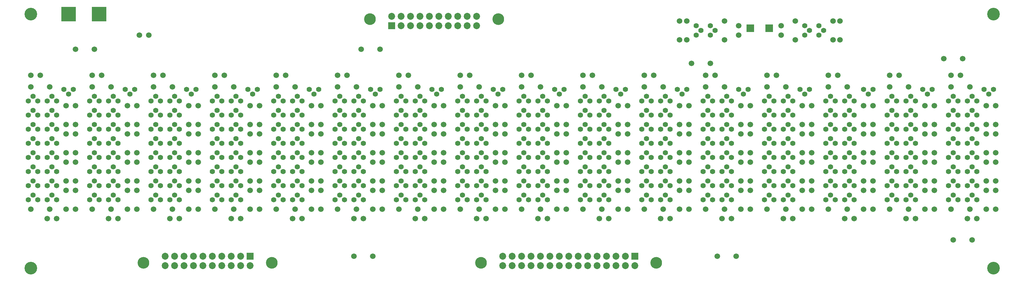
<source format=gbs>
G75*
G70*
%OFA0B0*%
%FSLAX24Y24*%
%IPPOS*%
%LPD*%
%AMOC8*
5,1,8,0,0,1.08239X$1,22.5*
%
%ADD10C,0.0595*%
%ADD11C,0.0556*%
%ADD12R,0.0730X0.0730*%
%ADD13C,0.0730*%
%ADD14C,0.1240*%
%ADD15R,0.1580X0.1580*%
%ADD16R,0.0789X0.0789*%
%ADD17C,0.1340*%
D10*
X006410Y009125D03*
X007410Y009125D03*
X006660Y010125D03*
X008410Y010125D03*
X009410Y010125D03*
X011160Y010125D03*
X013160Y010125D03*
X014910Y010125D03*
X015910Y010125D03*
X017660Y010125D03*
X019660Y010125D03*
X021410Y010125D03*
X022410Y010125D03*
X024160Y010125D03*
X026160Y010125D03*
X027910Y010125D03*
X028910Y010125D03*
X030660Y010125D03*
X032660Y010125D03*
X034410Y010125D03*
X035410Y010125D03*
X037160Y010125D03*
X039160Y010125D03*
X040910Y010125D03*
X041910Y010125D03*
X043660Y010125D03*
X045660Y010125D03*
X047410Y010125D03*
X048410Y010125D03*
X050160Y010125D03*
X052160Y010125D03*
X053910Y010125D03*
X054910Y010125D03*
X056660Y010125D03*
X058660Y010125D03*
X060410Y010125D03*
X061410Y010125D03*
X063160Y010125D03*
X065160Y010125D03*
X066910Y010125D03*
X067910Y010125D03*
X069660Y010125D03*
X071660Y010125D03*
X073410Y010125D03*
X074410Y010125D03*
X076160Y010125D03*
X078160Y010125D03*
X079910Y010125D03*
X080910Y010125D03*
X082660Y010125D03*
X084660Y010125D03*
X086410Y010125D03*
X087410Y010125D03*
X089160Y010125D03*
X091160Y010125D03*
X092910Y010125D03*
X093910Y010125D03*
X095660Y010125D03*
X097660Y010125D03*
X099410Y010125D03*
X100410Y010125D03*
X102160Y010125D03*
X104160Y010125D03*
X105910Y010125D03*
X106910Y010125D03*
X104910Y009125D03*
X103910Y009125D03*
X098410Y009125D03*
X097410Y009125D03*
X091910Y009125D03*
X090910Y009125D03*
X085410Y009125D03*
X084410Y009125D03*
X078910Y009125D03*
X077910Y009125D03*
X072410Y009125D03*
X071410Y009125D03*
X065910Y009125D03*
X064910Y009125D03*
X059410Y009125D03*
X058410Y009125D03*
X052910Y009125D03*
X051910Y009125D03*
X046410Y009125D03*
X045410Y009125D03*
X039910Y009125D03*
X038910Y009125D03*
X033410Y009125D03*
X032410Y009125D03*
X026910Y009125D03*
X025910Y009125D03*
X020410Y009125D03*
X019410Y009125D03*
X013910Y009125D03*
X012910Y009125D03*
X004660Y010125D03*
X008410Y012125D03*
X009410Y012125D03*
X009410Y013125D03*
X008410Y013125D03*
X008410Y015125D03*
X009410Y015125D03*
X009410Y016125D03*
X008410Y016125D03*
X008410Y018125D03*
X009410Y018125D03*
X009410Y019125D03*
X008410Y019125D03*
X008410Y021125D03*
X009410Y021125D03*
X014910Y021125D03*
X015910Y021125D03*
X015910Y019125D03*
X014910Y019125D03*
X014910Y018125D03*
X015910Y018125D03*
X021410Y018125D03*
X022410Y018125D03*
X022410Y019125D03*
X021410Y019125D03*
X021410Y021125D03*
X022410Y021125D03*
X027910Y021125D03*
X028910Y021125D03*
X028910Y019125D03*
X027910Y019125D03*
X027910Y018125D03*
X028910Y018125D03*
X034410Y018125D03*
X035410Y018125D03*
X035410Y019125D03*
X034410Y019125D03*
X034410Y021125D03*
X035410Y021125D03*
X040910Y021125D03*
X041910Y021125D03*
X041910Y019125D03*
X040910Y019125D03*
X040910Y018125D03*
X041910Y018125D03*
X047410Y018125D03*
X048410Y018125D03*
X048410Y019125D03*
X047410Y019125D03*
X047410Y021125D03*
X048410Y021125D03*
X053910Y021125D03*
X054910Y021125D03*
X054910Y019125D03*
X053910Y019125D03*
X053910Y018125D03*
X054910Y018125D03*
X060410Y018125D03*
X061410Y018125D03*
X061410Y019125D03*
X060410Y019125D03*
X060410Y021125D03*
X061410Y021125D03*
X066910Y021125D03*
X067910Y021125D03*
X067910Y019125D03*
X066910Y019125D03*
X066910Y018125D03*
X067910Y018125D03*
X073410Y018125D03*
X074410Y018125D03*
X074410Y019125D03*
X073410Y019125D03*
X073410Y021125D03*
X074410Y021125D03*
X079910Y021125D03*
X080910Y021125D03*
X080910Y019125D03*
X079910Y019125D03*
X079910Y018125D03*
X080910Y018125D03*
X086410Y018125D03*
X087410Y018125D03*
X087410Y019125D03*
X086410Y019125D03*
X086410Y021125D03*
X087410Y021125D03*
X092910Y021125D03*
X093910Y021125D03*
X093910Y019125D03*
X092910Y019125D03*
X092910Y018125D03*
X093910Y018125D03*
X099410Y018125D03*
X100410Y018125D03*
X100410Y019125D03*
X099410Y019125D03*
X099410Y021125D03*
X100410Y021125D03*
X105910Y021125D03*
X106910Y021125D03*
X106910Y019125D03*
X105910Y019125D03*
X105910Y018125D03*
X106910Y018125D03*
X106910Y016125D03*
X105910Y016125D03*
X105910Y015125D03*
X106910Y015125D03*
X106910Y013125D03*
X105910Y013125D03*
X105910Y012125D03*
X106910Y012125D03*
X100410Y012125D03*
X099410Y012125D03*
X099410Y013125D03*
X100410Y013125D03*
X100410Y015125D03*
X099410Y015125D03*
X099410Y016125D03*
X100410Y016125D03*
X093910Y016125D03*
X092910Y016125D03*
X092910Y015125D03*
X093910Y015125D03*
X093910Y013125D03*
X092910Y013125D03*
X092910Y012125D03*
X093910Y012125D03*
X087410Y012125D03*
X086410Y012125D03*
X086410Y013125D03*
X087410Y013125D03*
X087410Y015125D03*
X086410Y015125D03*
X086410Y016125D03*
X087410Y016125D03*
X080910Y016125D03*
X079910Y016125D03*
X079910Y015125D03*
X080910Y015125D03*
X080910Y013125D03*
X079910Y013125D03*
X079910Y012125D03*
X080910Y012125D03*
X074410Y012125D03*
X073410Y012125D03*
X073410Y013125D03*
X074410Y013125D03*
X074410Y015125D03*
X073410Y015125D03*
X073410Y016125D03*
X074410Y016125D03*
X067910Y016125D03*
X066910Y016125D03*
X066910Y015125D03*
X067910Y015125D03*
X067910Y013125D03*
X066910Y013125D03*
X066910Y012125D03*
X067910Y012125D03*
X061410Y012125D03*
X060410Y012125D03*
X060410Y013125D03*
X061410Y013125D03*
X061410Y015125D03*
X060410Y015125D03*
X060410Y016125D03*
X061410Y016125D03*
X054910Y016125D03*
X053910Y016125D03*
X053910Y015125D03*
X054910Y015125D03*
X054910Y013125D03*
X053910Y013125D03*
X053910Y012125D03*
X054910Y012125D03*
X048410Y012125D03*
X047410Y012125D03*
X047410Y013125D03*
X048410Y013125D03*
X048410Y015125D03*
X047410Y015125D03*
X047410Y016125D03*
X048410Y016125D03*
X041910Y016125D03*
X040910Y016125D03*
X040910Y015125D03*
X041910Y015125D03*
X041910Y013125D03*
X040910Y013125D03*
X040910Y012125D03*
X041910Y012125D03*
X035410Y012125D03*
X034410Y012125D03*
X034410Y013125D03*
X035410Y013125D03*
X035410Y015125D03*
X034410Y015125D03*
X034410Y016125D03*
X035410Y016125D03*
X028910Y016125D03*
X027910Y016125D03*
X027910Y015125D03*
X028910Y015125D03*
X028910Y013125D03*
X027910Y013125D03*
X027910Y012125D03*
X028910Y012125D03*
X022410Y012125D03*
X021410Y012125D03*
X021410Y013125D03*
X022410Y013125D03*
X022410Y015125D03*
X021410Y015125D03*
X021410Y016125D03*
X022410Y016125D03*
X015910Y016125D03*
X014910Y016125D03*
X014910Y015125D03*
X015910Y015125D03*
X015910Y013125D03*
X014910Y013125D03*
X014910Y012125D03*
X015910Y012125D03*
X038910Y005125D03*
X040910Y005125D03*
X077410Y005125D03*
X079410Y005125D03*
X102410Y006875D03*
X104410Y006875D03*
X104160Y023125D03*
X102160Y023125D03*
X102160Y024375D03*
X103160Y024375D03*
X103410Y026125D03*
X101410Y026125D03*
X096660Y024375D03*
X095660Y024375D03*
X095660Y023125D03*
X097660Y023125D03*
X091160Y023125D03*
X089160Y023125D03*
X089160Y024375D03*
X090160Y024375D03*
X084660Y023125D03*
X082660Y023125D03*
X082660Y024375D03*
X083660Y024375D03*
X078160Y023125D03*
X076160Y023125D03*
X076160Y024375D03*
X077160Y024375D03*
X076660Y025625D03*
X074660Y025625D03*
X070660Y024375D03*
X069660Y024375D03*
X069660Y023125D03*
X071660Y023125D03*
X065160Y023125D03*
X063160Y023125D03*
X063160Y024375D03*
X064160Y024375D03*
X058660Y023125D03*
X056660Y023125D03*
X056660Y024375D03*
X057660Y024375D03*
X052160Y023125D03*
X050160Y023125D03*
X050160Y024375D03*
X051160Y024375D03*
X045660Y023125D03*
X043660Y023125D03*
X043660Y024375D03*
X044660Y024375D03*
X039160Y023125D03*
X037160Y023125D03*
X037160Y024375D03*
X038160Y024375D03*
X032660Y023125D03*
X030660Y023125D03*
X030660Y024375D03*
X031660Y024375D03*
X026160Y023125D03*
X024160Y023125D03*
X024160Y024375D03*
X025160Y024375D03*
X019660Y023125D03*
X017660Y023125D03*
X017660Y024375D03*
X018660Y024375D03*
X013160Y023125D03*
X011160Y023125D03*
X011160Y024375D03*
X012160Y024375D03*
X006660Y023125D03*
X004660Y023125D03*
X004660Y024375D03*
X005660Y024375D03*
X009410Y027125D03*
X011410Y027125D03*
X016160Y028625D03*
X017160Y028625D03*
X039660Y027125D03*
X041660Y027125D03*
X073410Y028125D03*
X074160Y028125D03*
X078160Y028125D03*
X079660Y028625D03*
X079660Y029625D03*
X078160Y030125D03*
X074160Y030125D03*
X073410Y030125D03*
X084160Y029625D03*
X085660Y030125D03*
X089660Y030125D03*
X090410Y030125D03*
X090410Y028125D03*
X089660Y028125D03*
X085660Y028125D03*
X084160Y028625D03*
D11*
X086660Y028625D03*
X087160Y029125D03*
X088160Y028625D03*
X088660Y029125D03*
X088160Y029625D03*
X086660Y029625D03*
X077160Y029125D03*
X076660Y028625D03*
X075660Y029125D03*
X075160Y028625D03*
X075160Y029625D03*
X076660Y029625D03*
X074160Y022875D03*
X073660Y022375D03*
X073160Y022875D03*
X071910Y022125D03*
X071410Y021625D03*
X070410Y021625D03*
X069910Y022125D03*
X069410Y021625D03*
X067160Y022375D03*
X066660Y022875D03*
X067660Y022875D03*
X065410Y022125D03*
X064910Y021625D03*
X063910Y021625D03*
X063410Y022125D03*
X062910Y021625D03*
X060660Y022375D03*
X060160Y022875D03*
X061160Y022875D03*
X058910Y022125D03*
X058410Y021625D03*
X057410Y021625D03*
X056910Y022125D03*
X056410Y021625D03*
X054160Y022375D03*
X053660Y022875D03*
X054660Y022875D03*
X052410Y022125D03*
X051910Y021625D03*
X050910Y021625D03*
X050410Y022125D03*
X049910Y021625D03*
X047660Y022375D03*
X047160Y022875D03*
X048160Y022875D03*
X045910Y022125D03*
X045410Y021625D03*
X044410Y021625D03*
X043910Y022125D03*
X043410Y021625D03*
X041160Y022375D03*
X040660Y022875D03*
X041660Y022875D03*
X039410Y022125D03*
X038910Y021625D03*
X037910Y021625D03*
X037410Y022125D03*
X036910Y021625D03*
X034660Y022375D03*
X034160Y022875D03*
X035160Y022875D03*
X032910Y022125D03*
X032410Y021625D03*
X031410Y021625D03*
X030910Y022125D03*
X030410Y021625D03*
X028160Y022375D03*
X027660Y022875D03*
X028660Y022875D03*
X026410Y022125D03*
X025910Y021625D03*
X024910Y021625D03*
X024410Y022125D03*
X023910Y021625D03*
X021660Y022375D03*
X021160Y022875D03*
X022160Y022875D03*
X019910Y022125D03*
X019410Y021625D03*
X018410Y021625D03*
X017910Y022125D03*
X017410Y021625D03*
X015160Y022375D03*
X014660Y022875D03*
X015660Y022875D03*
X013410Y022125D03*
X012910Y021625D03*
X011910Y021625D03*
X011410Y022125D03*
X010910Y021625D03*
X008660Y022375D03*
X008160Y022875D03*
X009160Y022875D03*
X006910Y022125D03*
X006410Y021625D03*
X005410Y021625D03*
X004910Y022125D03*
X004410Y021625D03*
X007410Y021625D03*
X006910Y020625D03*
X006410Y020125D03*
X005410Y020125D03*
X004410Y020125D03*
X004910Y020625D03*
X007410Y020125D03*
X006910Y019125D03*
X006410Y018625D03*
X005410Y018625D03*
X004410Y018625D03*
X004910Y019125D03*
X007410Y018625D03*
X006910Y017625D03*
X006410Y017125D03*
X005410Y017125D03*
X004910Y017625D03*
X004410Y017125D03*
X007410Y017125D03*
X006910Y016125D03*
X006410Y015625D03*
X005410Y015625D03*
X004410Y015625D03*
X004910Y016125D03*
X007410Y015625D03*
X006910Y014625D03*
X006410Y014125D03*
X005410Y014125D03*
X004410Y014125D03*
X004910Y014625D03*
X007410Y014125D03*
X006910Y013125D03*
X006410Y012625D03*
X005410Y012625D03*
X004910Y013125D03*
X004410Y012625D03*
X007410Y012625D03*
X006910Y011625D03*
X006410Y011125D03*
X005410Y011125D03*
X004910Y011625D03*
X004410Y011125D03*
X007410Y011125D03*
X010910Y011125D03*
X011410Y011625D03*
X011910Y011125D03*
X012910Y011125D03*
X013410Y011625D03*
X013910Y011125D03*
X013910Y012625D03*
X013410Y013125D03*
X012910Y012625D03*
X011910Y012625D03*
X011410Y013125D03*
X010910Y012625D03*
X010910Y014125D03*
X011910Y014125D03*
X012910Y014125D03*
X013910Y014125D03*
X013410Y014625D03*
X012910Y015625D03*
X011910Y015625D03*
X010910Y015625D03*
X011410Y016125D03*
X013410Y016125D03*
X013910Y015625D03*
X011410Y014625D03*
X017410Y014125D03*
X018410Y014125D03*
X019410Y014125D03*
X020410Y014125D03*
X019910Y014625D03*
X019410Y015625D03*
X018410Y015625D03*
X017410Y015625D03*
X017910Y016125D03*
X019910Y016125D03*
X020410Y015625D03*
X017910Y014625D03*
X017910Y013125D03*
X017410Y012625D03*
X018410Y012625D03*
X019410Y012625D03*
X019910Y013125D03*
X020410Y012625D03*
X019910Y011625D03*
X019410Y011125D03*
X018410Y011125D03*
X017910Y011625D03*
X017410Y011125D03*
X020410Y011125D03*
X023910Y011125D03*
X024410Y011625D03*
X024910Y011125D03*
X025910Y011125D03*
X026410Y011625D03*
X026910Y011125D03*
X026910Y012625D03*
X026410Y013125D03*
X025910Y012625D03*
X024910Y012625D03*
X024410Y013125D03*
X023910Y012625D03*
X023910Y014125D03*
X024910Y014125D03*
X025910Y014125D03*
X026910Y014125D03*
X026410Y014625D03*
X025910Y015625D03*
X024910Y015625D03*
X023910Y015625D03*
X024410Y016125D03*
X026410Y016125D03*
X026910Y015625D03*
X024410Y014625D03*
X030410Y014125D03*
X031410Y014125D03*
X032410Y014125D03*
X033410Y014125D03*
X032910Y014625D03*
X032410Y015625D03*
X031410Y015625D03*
X030410Y015625D03*
X030910Y016125D03*
X032910Y016125D03*
X033410Y015625D03*
X030910Y014625D03*
X030910Y013125D03*
X030410Y012625D03*
X031410Y012625D03*
X032410Y012625D03*
X032910Y013125D03*
X033410Y012625D03*
X032910Y011625D03*
X032410Y011125D03*
X031410Y011125D03*
X030910Y011625D03*
X030410Y011125D03*
X033410Y011125D03*
X036910Y011125D03*
X037410Y011625D03*
X037910Y011125D03*
X038910Y011125D03*
X039410Y011625D03*
X039910Y011125D03*
X039910Y012625D03*
X039410Y013125D03*
X038910Y012625D03*
X037910Y012625D03*
X037410Y013125D03*
X036910Y012625D03*
X036910Y014125D03*
X037910Y014125D03*
X038910Y014125D03*
X039910Y014125D03*
X039410Y014625D03*
X038910Y015625D03*
X037910Y015625D03*
X036910Y015625D03*
X037410Y016125D03*
X039410Y016125D03*
X039910Y015625D03*
X037410Y014625D03*
X043410Y014125D03*
X044410Y014125D03*
X045410Y014125D03*
X046410Y014125D03*
X045910Y014625D03*
X045410Y015625D03*
X044410Y015625D03*
X043410Y015625D03*
X043910Y016125D03*
X045910Y016125D03*
X046410Y015625D03*
X043910Y014625D03*
X043910Y013125D03*
X043410Y012625D03*
X044410Y012625D03*
X045410Y012625D03*
X045910Y013125D03*
X046410Y012625D03*
X045910Y011625D03*
X045410Y011125D03*
X044410Y011125D03*
X043910Y011625D03*
X043410Y011125D03*
X046410Y011125D03*
X049910Y011125D03*
X050410Y011625D03*
X050910Y011125D03*
X051910Y011125D03*
X052410Y011625D03*
X052910Y011125D03*
X052910Y012625D03*
X052410Y013125D03*
X051910Y012625D03*
X050910Y012625D03*
X050410Y013125D03*
X049910Y012625D03*
X049910Y014125D03*
X050910Y014125D03*
X051910Y014125D03*
X052910Y014125D03*
X052410Y014625D03*
X051910Y015625D03*
X050910Y015625D03*
X049910Y015625D03*
X050410Y016125D03*
X052410Y016125D03*
X052910Y015625D03*
X050410Y014625D03*
X056410Y014125D03*
X057410Y014125D03*
X058410Y014125D03*
X059410Y014125D03*
X058910Y014625D03*
X058410Y015625D03*
X057410Y015625D03*
X056410Y015625D03*
X056910Y016125D03*
X058910Y016125D03*
X059410Y015625D03*
X056910Y014625D03*
X056910Y013125D03*
X056410Y012625D03*
X057410Y012625D03*
X058410Y012625D03*
X058910Y013125D03*
X059410Y012625D03*
X058910Y011625D03*
X058410Y011125D03*
X057410Y011125D03*
X056910Y011625D03*
X056410Y011125D03*
X059410Y011125D03*
X062910Y011125D03*
X063410Y011625D03*
X063910Y011125D03*
X064910Y011125D03*
X065410Y011625D03*
X065910Y011125D03*
X065910Y012625D03*
X065410Y013125D03*
X064910Y012625D03*
X063910Y012625D03*
X063410Y013125D03*
X062910Y012625D03*
X062910Y014125D03*
X063910Y014125D03*
X064910Y014125D03*
X065910Y014125D03*
X065410Y014625D03*
X064910Y015625D03*
X063910Y015625D03*
X062910Y015625D03*
X063410Y016125D03*
X065410Y016125D03*
X065910Y015625D03*
X063410Y014625D03*
X069410Y014125D03*
X070410Y014125D03*
X071410Y014125D03*
X072410Y014125D03*
X071910Y014625D03*
X071410Y015625D03*
X070410Y015625D03*
X069410Y015625D03*
X069910Y016125D03*
X071910Y016125D03*
X072410Y015625D03*
X069910Y014625D03*
X069910Y013125D03*
X069410Y012625D03*
X070410Y012625D03*
X071410Y012625D03*
X071910Y013125D03*
X072410Y012625D03*
X071910Y011625D03*
X071410Y011125D03*
X070410Y011125D03*
X069910Y011625D03*
X069410Y011125D03*
X072410Y011125D03*
X075910Y011125D03*
X076410Y011625D03*
X076910Y011125D03*
X077910Y011125D03*
X078410Y011625D03*
X078910Y011125D03*
X078910Y012625D03*
X078410Y013125D03*
X077910Y012625D03*
X076910Y012625D03*
X076410Y013125D03*
X075910Y012625D03*
X075910Y014125D03*
X076910Y014125D03*
X077910Y014125D03*
X078910Y014125D03*
X078410Y014625D03*
X077910Y015625D03*
X076910Y015625D03*
X075910Y015625D03*
X076410Y016125D03*
X078410Y016125D03*
X078910Y015625D03*
X076410Y014625D03*
X082410Y014125D03*
X083410Y014125D03*
X084410Y014125D03*
X085410Y014125D03*
X084910Y014625D03*
X084410Y015625D03*
X083410Y015625D03*
X082410Y015625D03*
X082910Y016125D03*
X084910Y016125D03*
X085410Y015625D03*
X082910Y014625D03*
X082910Y013125D03*
X082410Y012625D03*
X083410Y012625D03*
X084410Y012625D03*
X084910Y013125D03*
X085410Y012625D03*
X084910Y011625D03*
X084410Y011125D03*
X083410Y011125D03*
X082910Y011625D03*
X082410Y011125D03*
X085410Y011125D03*
X088910Y011125D03*
X089410Y011625D03*
X089910Y011125D03*
X090910Y011125D03*
X091410Y011625D03*
X091910Y011125D03*
X091910Y012625D03*
X091410Y013125D03*
X090910Y012625D03*
X089910Y012625D03*
X089410Y013125D03*
X088910Y012625D03*
X088910Y014125D03*
X089910Y014125D03*
X090910Y014125D03*
X091910Y014125D03*
X091410Y014625D03*
X090910Y015625D03*
X089910Y015625D03*
X088910Y015625D03*
X089410Y016125D03*
X091410Y016125D03*
X091910Y015625D03*
X089410Y014625D03*
X095410Y014125D03*
X096410Y014125D03*
X097410Y014125D03*
X098410Y014125D03*
X097910Y014625D03*
X097410Y015625D03*
X096410Y015625D03*
X095410Y015625D03*
X095910Y016125D03*
X097910Y016125D03*
X098410Y015625D03*
X095910Y014625D03*
X095910Y013125D03*
X095410Y012625D03*
X096410Y012625D03*
X097410Y012625D03*
X097910Y013125D03*
X098410Y012625D03*
X097910Y011625D03*
X097410Y011125D03*
X096410Y011125D03*
X095910Y011625D03*
X095410Y011125D03*
X098410Y011125D03*
X101910Y011125D03*
X102410Y011625D03*
X102910Y011125D03*
X103910Y011125D03*
X104410Y011625D03*
X104910Y011125D03*
X104910Y012625D03*
X104410Y013125D03*
X103910Y012625D03*
X102910Y012625D03*
X102410Y013125D03*
X101910Y012625D03*
X101910Y014125D03*
X102910Y014125D03*
X103910Y014125D03*
X104910Y014125D03*
X104410Y014625D03*
X103910Y015625D03*
X102910Y015625D03*
X101910Y015625D03*
X102410Y016125D03*
X104410Y016125D03*
X104910Y015625D03*
X102410Y014625D03*
X101910Y017125D03*
X102410Y017625D03*
X102910Y017125D03*
X103910Y017125D03*
X104410Y017625D03*
X104910Y017125D03*
X104910Y018625D03*
X103910Y018625D03*
X102910Y018625D03*
X101910Y018625D03*
X102410Y019125D03*
X101910Y020125D03*
X102910Y020125D03*
X103910Y020125D03*
X104910Y020125D03*
X104410Y020625D03*
X102410Y020625D03*
X101910Y021625D03*
X102410Y022125D03*
X102910Y021625D03*
X103910Y021625D03*
X104410Y022125D03*
X104910Y021625D03*
X106160Y022375D03*
X105660Y022875D03*
X106660Y022875D03*
X100160Y022875D03*
X099660Y022375D03*
X099160Y022875D03*
X097910Y022125D03*
X097410Y021625D03*
X096410Y021625D03*
X095910Y022125D03*
X095410Y021625D03*
X093410Y022375D03*
X092910Y022875D03*
X093910Y022875D03*
X091410Y022125D03*
X090910Y021625D03*
X089910Y021625D03*
X089410Y022125D03*
X088910Y021625D03*
X086660Y022375D03*
X086160Y022875D03*
X087160Y022875D03*
X084910Y022125D03*
X084410Y021625D03*
X083410Y021625D03*
X082910Y022125D03*
X082410Y021625D03*
X080160Y022375D03*
X079660Y022875D03*
X080660Y022875D03*
X078410Y022125D03*
X077910Y021625D03*
X076910Y021625D03*
X076410Y022125D03*
X075910Y021625D03*
X078910Y021625D03*
X078410Y020625D03*
X077910Y020125D03*
X076910Y020125D03*
X075910Y020125D03*
X076410Y020625D03*
X078910Y020125D03*
X078410Y019125D03*
X077910Y018625D03*
X076910Y018625D03*
X075910Y018625D03*
X076410Y019125D03*
X078910Y018625D03*
X078410Y017625D03*
X077910Y017125D03*
X076910Y017125D03*
X076410Y017625D03*
X075910Y017125D03*
X078910Y017125D03*
X082410Y017125D03*
X082910Y017625D03*
X083410Y017125D03*
X084410Y017125D03*
X084910Y017625D03*
X085410Y017125D03*
X085410Y018625D03*
X084410Y018625D03*
X083410Y018625D03*
X082410Y018625D03*
X082910Y019125D03*
X082410Y020125D03*
X083410Y020125D03*
X084410Y020125D03*
X085410Y020125D03*
X084910Y020625D03*
X082910Y020625D03*
X085410Y021625D03*
X089410Y020625D03*
X088910Y020125D03*
X089910Y020125D03*
X090910Y020125D03*
X091910Y020125D03*
X091410Y020625D03*
X091910Y021625D03*
X095910Y020625D03*
X095410Y020125D03*
X096410Y020125D03*
X097410Y020125D03*
X098410Y020125D03*
X097910Y020625D03*
X098410Y021625D03*
X097910Y019125D03*
X097410Y018625D03*
X096410Y018625D03*
X095410Y018625D03*
X095910Y019125D03*
X098410Y018625D03*
X097910Y017625D03*
X097410Y017125D03*
X096410Y017125D03*
X095910Y017625D03*
X095410Y017125D03*
X098410Y017125D03*
X104410Y019125D03*
X091910Y018625D03*
X090910Y018625D03*
X089910Y018625D03*
X088910Y018625D03*
X089410Y019125D03*
X091410Y019125D03*
X091410Y017625D03*
X090910Y017125D03*
X089910Y017125D03*
X089410Y017625D03*
X088910Y017125D03*
X091910Y017125D03*
X084910Y019125D03*
X072410Y018625D03*
X071410Y018625D03*
X070410Y018625D03*
X069410Y018625D03*
X069910Y019125D03*
X069410Y020125D03*
X070410Y020125D03*
X071410Y020125D03*
X072410Y020125D03*
X071910Y020625D03*
X069910Y020625D03*
X072410Y021625D03*
X065910Y021625D03*
X065410Y020625D03*
X064910Y020125D03*
X063910Y020125D03*
X062910Y020125D03*
X063410Y020625D03*
X065910Y020125D03*
X065410Y019125D03*
X064910Y018625D03*
X063910Y018625D03*
X062910Y018625D03*
X063410Y019125D03*
X065910Y018625D03*
X065410Y017625D03*
X064910Y017125D03*
X063910Y017125D03*
X063410Y017625D03*
X062910Y017125D03*
X065910Y017125D03*
X069410Y017125D03*
X069910Y017625D03*
X070410Y017125D03*
X071410Y017125D03*
X071910Y017625D03*
X072410Y017125D03*
X071910Y019125D03*
X059410Y018625D03*
X058410Y018625D03*
X057410Y018625D03*
X056410Y018625D03*
X056910Y019125D03*
X056410Y020125D03*
X057410Y020125D03*
X058410Y020125D03*
X059410Y020125D03*
X058910Y020625D03*
X056910Y020625D03*
X059410Y021625D03*
X052910Y021625D03*
X052410Y020625D03*
X051910Y020125D03*
X050910Y020125D03*
X049910Y020125D03*
X050410Y020625D03*
X052910Y020125D03*
X052410Y019125D03*
X051910Y018625D03*
X050910Y018625D03*
X049910Y018625D03*
X050410Y019125D03*
X052910Y018625D03*
X052410Y017625D03*
X051910Y017125D03*
X050910Y017125D03*
X050410Y017625D03*
X049910Y017125D03*
X052910Y017125D03*
X056410Y017125D03*
X056910Y017625D03*
X057410Y017125D03*
X058410Y017125D03*
X058910Y017625D03*
X059410Y017125D03*
X058910Y019125D03*
X046410Y018625D03*
X045410Y018625D03*
X044410Y018625D03*
X043410Y018625D03*
X043910Y019125D03*
X043410Y020125D03*
X044410Y020125D03*
X045410Y020125D03*
X046410Y020125D03*
X045910Y020625D03*
X043910Y020625D03*
X046410Y021625D03*
X039910Y021625D03*
X039410Y020625D03*
X038910Y020125D03*
X037910Y020125D03*
X036910Y020125D03*
X037410Y020625D03*
X039910Y020125D03*
X039410Y019125D03*
X038910Y018625D03*
X037910Y018625D03*
X036910Y018625D03*
X037410Y019125D03*
X039910Y018625D03*
X039410Y017625D03*
X038910Y017125D03*
X037910Y017125D03*
X037410Y017625D03*
X036910Y017125D03*
X039910Y017125D03*
X043410Y017125D03*
X043910Y017625D03*
X044410Y017125D03*
X045410Y017125D03*
X045910Y017625D03*
X046410Y017125D03*
X045910Y019125D03*
X033410Y018625D03*
X032410Y018625D03*
X031410Y018625D03*
X030410Y018625D03*
X030910Y019125D03*
X030410Y020125D03*
X031410Y020125D03*
X032410Y020125D03*
X033410Y020125D03*
X032910Y020625D03*
X030910Y020625D03*
X033410Y021625D03*
X026910Y021625D03*
X026410Y020625D03*
X025910Y020125D03*
X024910Y020125D03*
X023910Y020125D03*
X024410Y020625D03*
X026910Y020125D03*
X026410Y019125D03*
X025910Y018625D03*
X024910Y018625D03*
X023910Y018625D03*
X024410Y019125D03*
X026910Y018625D03*
X026410Y017625D03*
X025910Y017125D03*
X024910Y017125D03*
X024410Y017625D03*
X023910Y017125D03*
X026910Y017125D03*
X030410Y017125D03*
X030910Y017625D03*
X031410Y017125D03*
X032410Y017125D03*
X032910Y017625D03*
X033410Y017125D03*
X032910Y019125D03*
X020410Y018625D03*
X019410Y018625D03*
X018410Y018625D03*
X017410Y018625D03*
X017910Y019125D03*
X017410Y020125D03*
X018410Y020125D03*
X019410Y020125D03*
X020410Y020125D03*
X019910Y020625D03*
X017910Y020625D03*
X020410Y021625D03*
X013910Y021625D03*
X013410Y020625D03*
X012910Y020125D03*
X011910Y020125D03*
X010910Y020125D03*
X011410Y020625D03*
X013910Y020125D03*
X013410Y019125D03*
X012910Y018625D03*
X011910Y018625D03*
X010910Y018625D03*
X011410Y019125D03*
X013910Y018625D03*
X013410Y017625D03*
X012910Y017125D03*
X011910Y017125D03*
X011410Y017625D03*
X010910Y017125D03*
X013910Y017125D03*
X017410Y017125D03*
X017910Y017625D03*
X018410Y017125D03*
X019410Y017125D03*
X019910Y017625D03*
X020410Y017125D03*
X019910Y019125D03*
D12*
X042910Y029625D03*
X027910Y005125D03*
X068660Y005125D03*
D13*
X067660Y005125D03*
X066660Y005125D03*
X065660Y005125D03*
X064660Y005125D03*
X063660Y005125D03*
X062660Y005125D03*
X061660Y005125D03*
X060660Y005125D03*
X059660Y005125D03*
X058660Y005125D03*
X057660Y005125D03*
X056660Y005125D03*
X055660Y005125D03*
X054660Y005125D03*
X054660Y004125D03*
X055660Y004125D03*
X056660Y004125D03*
X057660Y004125D03*
X058660Y004125D03*
X059660Y004125D03*
X060660Y004125D03*
X061660Y004125D03*
X062660Y004125D03*
X063660Y004125D03*
X064660Y004125D03*
X065660Y004125D03*
X066660Y004125D03*
X067660Y004125D03*
X068660Y004125D03*
X027910Y004125D03*
X026910Y004125D03*
X025910Y004125D03*
X024910Y004125D03*
X023910Y004125D03*
X022910Y004125D03*
X021910Y004125D03*
X020910Y004125D03*
X019910Y004125D03*
X018910Y004125D03*
X018910Y005125D03*
X019910Y005125D03*
X020910Y005125D03*
X021910Y005125D03*
X022910Y005125D03*
X023910Y005125D03*
X024910Y005125D03*
X025910Y005125D03*
X026910Y005125D03*
X043910Y029625D03*
X044910Y029625D03*
X045910Y029625D03*
X046910Y029625D03*
X047910Y029625D03*
X048910Y029625D03*
X049910Y029625D03*
X050910Y029625D03*
X051910Y029625D03*
X051910Y030625D03*
X050910Y030625D03*
X049910Y030625D03*
X048910Y030625D03*
X047910Y030625D03*
X046910Y030625D03*
X045910Y030625D03*
X044910Y030625D03*
X043910Y030625D03*
X042910Y030625D03*
D14*
X040620Y030335D03*
X054200Y030335D03*
X052370Y004415D03*
X070950Y004415D03*
X030200Y004415D03*
X016620Y004415D03*
D15*
X011910Y030875D03*
X008660Y030875D03*
D16*
X080910Y029375D03*
X082910Y029375D03*
D17*
X004660Y003875D03*
X004660Y030875D03*
X106660Y030875D03*
X106660Y003875D03*
M02*

</source>
